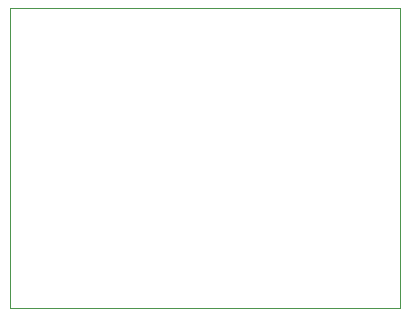
<source format=gbr>
G04 (created by PCBNEW (2013-07-07 BZR 4022)-stable) date 23/07/2014 11:50:33*
%MOIN*%
G04 Gerber Fmt 3.4, Leading zero omitted, Abs format*
%FSLAX34Y34*%
G01*
G70*
G90*
G04 APERTURE LIST*
%ADD10C,0.00590551*%
%ADD11C,0.00393701*%
G04 APERTURE END LIST*
G54D10*
G54D11*
X43000Y-65000D02*
X43000Y-55000D01*
X56000Y-65000D02*
X43000Y-65000D01*
X56000Y-55000D02*
X56000Y-65000D01*
X43000Y-55000D02*
X56000Y-55000D01*
M02*

</source>
